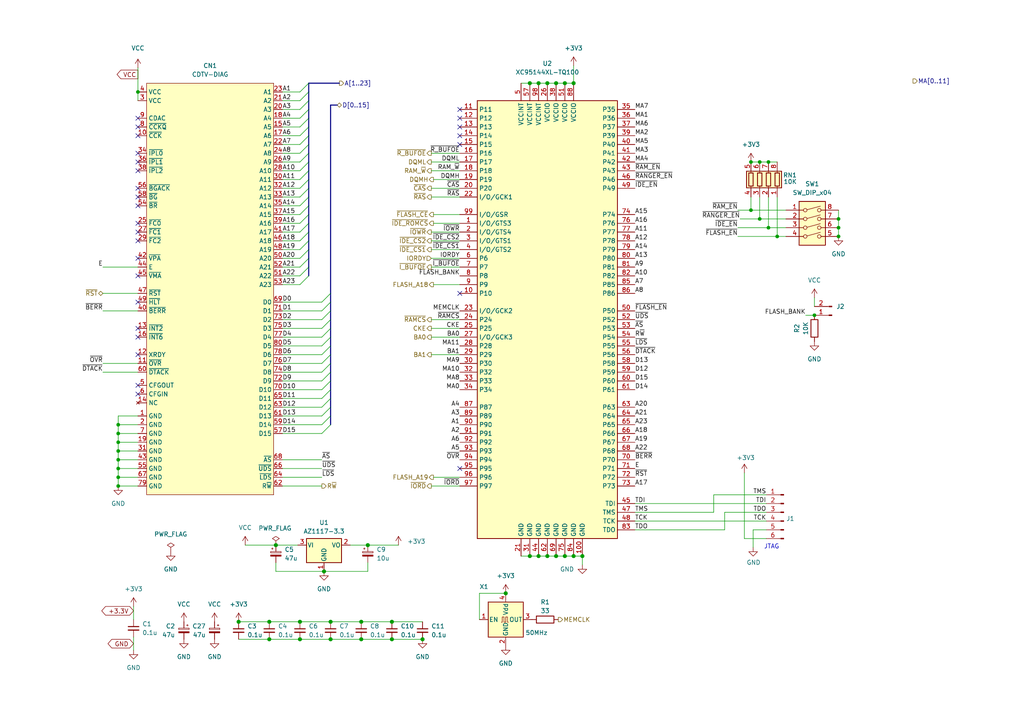
<source format=kicad_sch>
(kicad_sch (version 20211123) (generator eeschema)
  (paper "A4")
  (title_block (title "CIDER") (company "Matt Harlum"))
  (lib_symbols
    (symbol "CDTV-DIAG:CDTV-DIAG"
      (property "Reference" "CN" (at -17.78 62.23 0))
      (property "Value" "CDTV-DIAG" (at -1.27 0 90))
      (symbol "CDTV-DIAG_1_1"
        (pin power_out line (at -21.59 -36.83 0) (length 2.54) (name "GND") (number "1"))
        (pin output line (at -21.59 44.45 0) (length 2.54) (name "~{CCK}") (number "10"))
        (pin input line (at -21.59 -21.59 0) (length 2.54) (name "~{OVR}") (number "11"))
        (pin input line (at -21.59 -19.05 0) (length 2.54) (name "XRDY") (number "12"))
        (pin input line (at -21.59 -11.43 0) (length 2.54) (name "~{INT2}") (number "13"))
        (pin no_connect line (at -21.59 -33.02 0) (length 2.54) (name "NC") (number "14"))
        (pin output line (at 20.32 46.99 180) (length 2.54) (name "A5") (number "15"))
        (pin input line (at -21.59 -13.97 0) (length 2.54) (name "~{INT6}") (number "16"))
        (pin output line (at 20.32 44.45 180) (length 2.54) (name "A6") (number "17"))
        (pin output line (at 20.32 49.53 180) (length 2.54) (name "A4") (number "18"))
        (pin power_out line (at -21.59 -44.45 0) (length 2.54) (name "GND") (number "19"))
        (pin power_out line (at -21.59 -39.37 0) (length 2.54) (name "GND") (number "2"))
        (pin output line (at 20.32 52.07 180) (length 2.54) (name "A3") (number "20"))
        (pin output line (at 20.32 54.61 180) (length 2.54) (name "A2") (number "21"))
        (pin output line (at 20.32 41.91 180) (length 2.54) (name "A7") (number "22"))
        (pin output line (at 20.32 57.15 180) (length 2.54) (name "A1") (number "23"))
        (pin output line (at 20.32 39.37 180) (length 2.54) (name "A8") (number "24"))
        (pin output line (at -21.59 19.05 0) (length 2.54) (name "~{FC0}") (number "25"))
        (pin output line (at 20.32 36.83 180) (length 2.54) (name "A9") (number "26"))
        (pin output line (at -21.59 16.51 0) (length 2.54) (name "~{FC1}") (number "27"))
        (pin output line (at 20.32 34.29 180) (length 2.54) (name "A10") (number "28"))
        (pin output line (at -21.59 13.97 0) (length 2.54) (name "~{FC2}") (number "29"))
        (pin power_out line (at -21.59 54.61 0) (length 2.54) (name "VCC") (number "3"))
        (pin output line (at 20.32 31.75 180) (length 2.54) (name "A11") (number "30"))
        (pin power_out line (at -21.59 -46.99 0) (length 2.54) (name "GND") (number "31"))
        (pin output line (at 20.32 29.21 180) (length 2.54) (name "A12") (number "32"))
        (pin output line (at 20.32 26.67 180) (length 2.54) (name "A13") (number "33"))
        (pin input line (at -21.59 39.37 0) (length 2.54) (name "~{IPL0}") (number "34"))
        (pin output line (at 20.32 24.13 180) (length 2.54) (name "A14") (number "35"))
        (pin input line (at -21.59 36.83 0) (length 2.54) (name "~{IPL1}") (number "36"))
        (pin output line (at 20.32 21.59 180) (length 2.54) (name "A15") (number "37"))
        (pin input line (at -21.59 34.29 0) (length 2.54) (name "~{IPL2}") (number "38"))
        (pin output line (at 20.32 19.05 180) (length 2.54) (name "A16") (number "39"))
        (pin power_out line (at -21.59 57.15 0) (length 2.54) (name "VCC") (number "4"))
        (pin bidirectional line (at -21.59 -6.35 0) (length 2.54) (name "~{BERR}") (number "40"))
        (pin output line (at 20.32 16.51 180) (length 2.54) (name "A17") (number "41"))
        (pin input line (at -21.59 8.89 0) (length 2.54) (name "~{VPA}") (number "42"))
        (pin power_out line (at -21.59 -49.53 0) (length 2.54) (name "GND") (number "43"))
        (pin output line (at -21.59 6.35 0) (length 2.54) (name "E") (number "44"))
        (pin input line (at -21.59 3.81 0) (length 2.54) (name "~{VMA}") (number "45"))
        (pin output line (at 20.32 13.97 180) (length 2.54) (name "A18") (number "46"))
        (pin bidirectional line (at -21.59 -1.27 0) (length 2.54) (name "~{RST}") (number "47"))
        (pin output line (at 20.32 11.43 180) (length 2.54) (name "A19") (number "48"))
        (pin bidirectional line (at -21.59 -3.81 0) (length 2.54) (name "~{HLT}") (number "49"))
        (pin output line (at -21.59 -27.94 0) (length 2.54) (name "CFGOUT") (number "5"))
        (pin output line (at 20.32 8.89 180) (length 2.54) (name "A20") (number "50"))
        (pin output line (at 20.32 3.81 180) (length 2.54) (name "A22") (number "51"))
        (pin output line (at 20.32 6.35 180) (length 2.54) (name "A21") (number "52"))
        (pin output line (at 20.32 1.27 180) (length 2.54) (name "A23") (number "53"))
        (pin input line (at -21.59 24.13 0) (length 2.54) (name "~{BR}") (number "54"))
        (pin power_out line (at -21.59 -52.07 0) (length 2.54) (name "GND") (number "55"))
        (pin input line (at -21.59 29.21 0) (length 2.54) (name "~{BGACK}") (number "56"))
        (pin bidirectional line (at 20.32 -41.91 180) (length 2.54) (name "D15") (number "57"))
        (pin output line (at -21.59 26.67 0) (length 2.54) (name "~{BG}") (number "58"))
        (pin bidirectional line (at 20.32 -39.37 180) (length 2.54) (name "D14") (number "59"))
        (pin output line (at -21.59 -30.48 0) (length 2.54) (name "CFGIN") (number "6"))
        (pin input line (at -21.59 -24.13 0) (length 2.54) (name "~{DTACK}") (number "60"))
        (pin bidirectional line (at 20.32 -36.83 180) (length 2.54) (name "D13") (number "61"))
        (pin output line (at 20.32 -57.15 180) (length 2.54) (name "R~{W}") (number "62"))
        (pin bidirectional line (at 20.32 -34.29 180) (length 2.54) (name "D12") (number "63"))
        (pin output line (at 20.32 -54.61 180) (length 2.54) (name "~{LDS}") (number "64"))
        (pin bidirectional line (at 20.32 -31.75 180) (length 2.54) (name "D11") (number "65"))
        (pin output line (at 20.32 -52.07 180) (length 2.54) (name "~{UDS}") (number "66"))
        (pin power_out line (at -21.59 -54.61 0) (length 2.54) (name "GND") (number "67"))
        (pin output line (at 20.32 -49.53 180) (length 2.54) (name "~{AS}") (number "68"))
        (pin bidirectional line (at 20.32 -3.81 180) (length 2.54) (name "D0") (number "69"))
        (pin power_out line (at -21.59 -41.91 0) (length 2.54) (name "GND") (number "7"))
        (pin bidirectional line (at 20.32 -29.21 180) (length 2.54) (name "D10") (number "70"))
        (pin bidirectional line (at 20.32 -6.35 180) (length 2.54) (name "D1") (number "71"))
        (pin bidirectional line (at 20.32 -26.67 180) (length 2.54) (name "D9") (number "72"))
        (pin bidirectional line (at 20.32 -8.89 180) (length 2.54) (name "D2") (number "73"))
        (pin bidirectional line (at 20.32 -24.13 180) (length 2.54) (name "D8") (number "74"))
        (pin bidirectional line (at 20.32 -11.43 180) (length 2.54) (name "D3") (number "75"))
        (pin bidirectional line (at 20.32 -21.59 180) (length 2.54) (name "D7") (number "76"))
        (pin bidirectional line (at 20.32 -13.97 180) (length 2.54) (name "D4") (number "77"))
        (pin bidirectional line (at 20.32 -19.05 180) (length 2.54) (name "D6") (number "78"))
        (pin power_out line (at -21.59 -57.15 0) (length 2.54) (name "GND") (number "79"))
        (pin output line (at -21.59 46.99 0) (length 2.54) (name "~{CCKQ}") (number "8"))
        (pin bidirectional line (at 20.32 -16.51 180) (length 2.54) (name "D5") (number "80"))
        (pin output line (at -21.59 49.53 0) (length 2.54) (name "CDAC") (number "9"))
      )
    )
    (symbol "CPLD_Xilinx:XC95144XL-TQ100"
      (property "Reference" "U" (at -20.32 64.77 0))
      (property "Value" "XC95144XL-TQ100" (at -20.32 -64.77 0))
      (symbol "XC95144XL-TQ100_1_1"
        (pin bidirectional line (at -25.4 27.94 0) (length 5.08) (name "I/O/GTS3") (number "1"))
        (pin bidirectional line (at -25.4 7.62 0) (length 5.08) (name "P10") (number "10"))
        (pin power_in line (at 10.16 -68.58 90) (length 5.08) (name "GND") (number "100"))
        (pin bidirectional line (at -25.4 60.96 0) (length 5.08) (name "P11") (number "11"))
        (pin bidirectional line (at -25.4 58.42 0) (length 5.08) (name "P12") (number "12"))
        (pin bidirectional line (at -25.4 55.88 0) (length 5.08) (name "P13") (number "13"))
        (pin bidirectional line (at -25.4 53.34 0) (length 5.08) (name "P14") (number "14"))
        (pin bidirectional line (at -25.4 50.8 0) (length 5.08) (name "P15") (number "15"))
        (pin bidirectional line (at -25.4 48.26 0) (length 5.08) (name "P16") (number "16"))
        (pin bidirectional line (at -25.4 45.72 0) (length 5.08) (name "P17") (number "17"))
        (pin bidirectional line (at -25.4 43.18 0) (length 5.08) (name "P18") (number "18"))
        (pin bidirectional line (at -25.4 40.64 0) (length 5.08) (name "P19") (number "19"))
        (pin bidirectional line (at -25.4 25.4 0) (length 5.08) (name "I/O/GTS4") (number "2"))
        (pin bidirectional line (at -25.4 38.1 0) (length 5.08) (name "P20") (number "20"))
        (pin power_in line (at -7.62 -68.58 90) (length 5.08) (name "GND") (number "21"))
        (pin bidirectional line (at -25.4 35.56 0) (length 5.08) (name "I/O/GCK1") (number "22"))
        (pin bidirectional line (at -25.4 2.54 0) (length 5.08) (name "I/O/GCK2") (number "23"))
        (pin bidirectional line (at -25.4 0 0) (length 5.08) (name "P24") (number "24"))
        (pin bidirectional line (at -25.4 -2.54 0) (length 5.08) (name "P25") (number "25"))
        (pin power_in line (at 0 68.58 270) (length 5.08) (name "VCCIO") (number "26"))
        (pin bidirectional line (at -25.4 -5.08 0) (length 5.08) (name "I/O/GCK3") (number "27"))
        (pin bidirectional line (at -25.4 -7.62 0) (length 5.08) (name "P28") (number "28"))
        (pin bidirectional line (at -25.4 -10.16 0) (length 5.08) (name "P29") (number "29"))
        (pin bidirectional line (at -25.4 22.86 0) (length 5.08) (name "I/O/GTS1") (number "3"))
        (pin bidirectional line (at -25.4 -12.7 0) (length 5.08) (name "P30") (number "30"))
        (pin power_in line (at -5.08 -68.58 90) (length 5.08) (name "GND") (number "31"))
        (pin bidirectional line (at -25.4 -15.24 0) (length 5.08) (name "P32") (number "32"))
        (pin bidirectional line (at -25.4 -17.78 0) (length 5.08) (name "P33") (number "33"))
        (pin bidirectional line (at -25.4 -20.32 0) (length 5.08) (name "P34") (number "34"))
        (pin bidirectional line (at 25.4 60.96 180) (length 5.08) (name "P35") (number "35"))
        (pin bidirectional line (at 25.4 58.42 180) (length 5.08) (name "P36") (number "36"))
        (pin bidirectional line (at 25.4 55.88 180) (length 5.08) (name "P37") (number "37"))
        (pin power_in line (at 2.54 68.58 270) (length 5.08) (name "VCCIO") (number "38"))
        (pin bidirectional line (at 25.4 53.34 180) (length 5.08) (name "P39") (number "39"))
        (pin bidirectional line (at -25.4 20.32 0) (length 5.08) (name "I/O/GTS2") (number "4"))
        (pin bidirectional line (at 25.4 50.8 180) (length 5.08) (name "P40") (number "40"))
        (pin bidirectional line (at 25.4 48.26 180) (length 5.08) (name "P41") (number "41"))
        (pin bidirectional line (at 25.4 45.72 180) (length 5.08) (name "P42") (number "42"))
        (pin bidirectional line (at 25.4 43.18 180) (length 5.08) (name "P43") (number "43"))
        (pin power_in line (at -2.54 -68.58 90) (length 5.08) (name "GND") (number "44"))
        (pin input line (at 25.4 -53.34 180) (length 5.08) (name "TDI") (number "45"))
        (pin bidirectional line (at 25.4 40.64 180) (length 5.08) (name "P46") (number "46"))
        (pin input line (at 25.4 -55.88 180) (length 5.08) (name "TMS") (number "47"))
        (pin input line (at 25.4 -58.42 180) (length 5.08) (name "TCK") (number "48"))
        (pin bidirectional line (at 25.4 38.1 180) (length 5.08) (name "P49") (number "49"))
        (pin power_in line (at -7.62 68.58 270) (length 5.08) (name "VCCINT") (number "5"))
        (pin bidirectional line (at 25.4 2.54 180) (length 5.08) (name "P50") (number "50"))
        (pin power_in line (at 5.08 68.58 270) (length 5.08) (name "VCCIO") (number "51"))
        (pin bidirectional line (at 25.4 0 180) (length 5.08) (name "P52") (number "52"))
        (pin bidirectional line (at 25.4 -2.54 180) (length 5.08) (name "P53") (number "53"))
        (pin bidirectional line (at 25.4 -5.08 180) (length 5.08) (name "P54") (number "54"))
        (pin bidirectional line (at 25.4 -7.62 180) (length 5.08) (name "P55") (number "55"))
        (pin bidirectional line (at 25.4 -10.16 180) (length 5.08) (name "P56") (number "56"))
        (pin power_in line (at -5.08 68.58 270) (length 5.08) (name "VCCINT") (number "57"))
        (pin bidirectional line (at 25.4 -12.7 180) (length 5.08) (name "P58") (number "58"))
        (pin bidirectional line (at 25.4 -15.24 180) (length 5.08) (name "P59") (number "59"))
        (pin bidirectional line (at -25.4 17.78 0) (length 5.08) (name "P6") (number "6"))
        (pin bidirectional line (at 25.4 -17.78 180) (length 5.08) (name "P60") (number "60"))
        (pin bidirectional line (at 25.4 -20.32 180) (length 5.08) (name "P61") (number "61"))
        (pin power_in line (at 0 -68.58 90) (length 5.08) (name "GND") (number "62"))
        (pin bidirectional line (at 25.4 -25.4 180) (length 5.08) (name "P63") (number "63"))
        (pin bidirectional line (at 25.4 -27.94 180) (length 5.08) (name "P64") (number "64"))
        (pin bidirectional line (at 25.4 -30.48 180) (length 5.08) (name "P65") (number "65"))
        (pin bidirectional line (at 25.4 -33.02 180) (length 5.08) (name "P66") (number "66"))
        (pin bidirectional line (at 25.4 -35.56 180) (length 5.08) (name "P67") (number "67"))
        (pin bidirectional line (at 25.4 -38.1 180) (length 5.08) (name "P68") (number "68"))
        (pin power_in line (at 2.54 -68.58 90) (length 5.08) (name "GND") (number "69"))
        (pin bidirectional line (at -25.4 15.24 0) (length 5.08) (name "P7") (number "7"))
        (pin bidirectional line (at 25.4 -40.64 180) (length 5.08) (name "P70") (number "70"))
        (pin bidirectional line (at 25.4 -43.18 180) (length 5.08) (name "P71") (number "71"))
        (pin bidirectional line (at 25.4 -45.72 180) (length 5.08) (name "P72") (number "72"))
        (pin bidirectional line (at 25.4 -48.26 180) (length 5.08) (name "P73") (number "73"))
        (pin bidirectional line (at 25.4 30.48 180) (length 5.08) (name "P74") (number "74"))
        (pin power_in line (at 5.08 -68.58 90) (length 5.08) (name "GND") (number "75"))
        (pin bidirectional line (at 25.4 27.94 180) (length 5.08) (name "P76") (number "76"))
        (pin bidirectional line (at 25.4 25.4 180) (length 5.08) (name "P77") (number "77"))
        (pin bidirectional line (at 25.4 22.86 180) (length 5.08) (name "P78") (number "78"))
        (pin bidirectional line (at 25.4 20.32 180) (length 5.08) (name "P79") (number "79"))
        (pin bidirectional line (at -25.4 12.7 0) (length 5.08) (name "P8") (number "8"))
        (pin bidirectional line (at 25.4 17.78 180) (length 5.08) (name "P80") (number "80"))
        (pin bidirectional line (at 25.4 15.24 180) (length 5.08) (name "P81") (number "81"))
        (pin bidirectional line (at 25.4 12.7 180) (length 5.08) (name "P82") (number "82"))
        (pin output line (at 25.4 -60.96 180) (length 5.08) (name "TDO") (number "83"))
        (pin power_in line (at 7.62 -68.58 90) (length 5.08) (name "GND") (number "84"))
        (pin bidirectional line (at 25.4 10.16 180) (length 5.08) (name "P85") (number "85"))
        (pin bidirectional line (at 25.4 7.62 180) (length 5.08) (name "P86") (number "86"))
        (pin bidirectional line (at -25.4 -25.4 0) (length 5.08) (name "P87") (number "87"))
        (pin power_in line (at 7.62 68.58 270) (length 5.08) (name "VCCIO") (number "88"))
        (pin bidirectional line (at -25.4 -27.94 0) (length 5.08) (name "P89") (number "89"))
        (pin bidirectional line (at -25.4 10.16 0) (length 5.08) (name "P9") (number "9"))
        (pin bidirectional line (at -25.4 -30.48 0) (length 5.08) (name "P90") (number "90"))
        (pin bidirectional line (at -25.4 -33.02 0) (length 5.08) (name "P91") (number "91"))
        (pin bidirectional line (at -25.4 -35.56 0) (length 5.08) (name "P92") (number "92"))
        (pin bidirectional line (at -25.4 -38.1 0) (length 5.08) (name "P93") (number "93"))
        (pin bidirectional line (at -25.4 -40.64 0) (length 5.08) (name "P94") (number "94"))
        (pin bidirectional line (at -25.4 -43.18 0) (length 5.08) (name "P95") (number "95"))
        (pin bidirectional line (at -25.4 -45.72 0) (length 5.08) (name "P96") (number "96"))
        (pin bidirectional line (at -25.4 -48.26 0) (length 5.08) (name "P97") (number "97"))
        (pin power_in line (at -2.54 68.58 270) (length 5.08) (name "VCCINT") (number "98"))
        (pin bidirectional line (at -25.4 30.48 0) (length 5.08) (name "I/O/GSR") (number "99"))
      )
    )
    (symbol "Connector:Conn_01x02_Male" (pin_names (offset 1.016) hide)
      (property "Reference" "J" (at 0 2.54 0))
      (property "Value" "Conn_01x02_Male" (at 0 -5.08 0))
      (symbol "Conn_01x02_Male_1_1"
        (pin passive line (at 5.08 0 180) (length 3.81) (name "Pin_1") (number "1"))
        (pin passive line (at 5.08 -2.54 180) (length 3.81) (name "Pin_2") (number "2"))
      )
    )
    (symbol "Connector:Conn_01x06_Male" (pin_names (offset 1.016) hide)
      (property "Reference" "J" (at 0 7.62 0))
      (property "Value" "Conn_01x06_Male" (at 0 -10.16 0))
      (symbol "Conn_01x06_Male_1_1"
        (pin passive line (at 5.08 5.08 180) (length 3.81) (name "Pin_1") (number "1"))
        (pin passive line (at 5.08 2.54 180) (length 3.81) (name "Pin_2") (number "2"))
        (pin passive line (at 5.08 0 180) (length 3.81) (name "Pin_3") (number "3"))
        (pin passive line (at 5.08 -2.54 180) (length 3.81) (name "Pin_4") (number "4"))
        (pin passive line (at 5.08 -5.08 180) (length 3.81) (name "Pin_5") (number "5"))
        (pin passive line (at 5.08 -7.62 180) (length 3.81) (name "Pin_6") (number "6"))
      )
    )
    (symbol "Device:C_Polarized_Small" (pin_numbers hide) (pin_names (offset 0.254) hide)
      (property "Reference" "C" (at 0.254 1.778 0))
      (property "Value" "C_Polarized_Small" (at 0.254 -2.032 0))
      (symbol "C_Polarized_Small_1_1"
        (pin passive line (at 0 2.54 270) (length 1.8542) (name "~") (number "1"))
        (pin passive line (at 0 -2.54 90) (length 1.8542) (name "~") (number "2"))
      )
    )
    (symbol "Device:C_Small" (pin_numbers hide) (pin_names (offset 0.254) hide)
      (property "Reference" "C" (at 0.254 1.778 0))
      (property "Value" "C_Small" (at 0.254 -2.032 0))
      (symbol "C_Small_1_1"
        (pin passive line (at 0 2.54 270) (length 2.032) (name "~") (number "1"))
        (pin passive line (at 0 -2.54 90) (length 2.032) (name "~") (number "2"))
      )
    )
    (symbol "Device:R" (pin_numbers hide) (pin_names (offset 0))
      (property "Reference" "R" (at 2.032 0 90))
      (property "Value" "R" (at 0 0 90))
      (symbol "R_1_1"
        (pin passive line (at 0 3.81 270) (length 1.27) (name "~") (number "1"))
        (pin passive line (at 0 -3.81 90) (length 1.27) (name "~") (number "2"))
      )
    )
    (symbol "Device:R_Pack04" (pin_names (offset 0) hide)
      (property "Reference" "RN" (at -7.62 0 90))
      (property "Value" "R_Pack04" (at 5.08 0 90))
      (symbol "R_Pack04_1_1"
        (pin passive line (at -5.08 -5.08 90) (length 2.54) (name "R1.1") (number "1"))
        (pin passive line (at -2.54 -5.08 90) (length 2.54) (name "R2.1") (number "2"))
        (pin passive line (at 0 -5.08 90) (length 2.54) (name "R3.1") (number "3"))
        (pin passive line (at 2.54 -5.08 90) (length 2.54) (name "R4.1") (number "4"))
        (pin passive line (at 2.54 5.08 270) (length 2.54) (name "R4.2") (number "5"))
        (pin passive line (at 0 5.08 270) (length 2.54) (name "R3.2") (number "6"))
        (pin passive line (at -2.54 5.08 270) (length 2.54) (name "R2.2") (number "7"))
        (pin passive line (at -5.08 5.08 270) (length 2.54) (name "R1.2") (number "8"))
      )
    )
    (symbol "Oscillator:ASE-xxxMHz" (pin_names (offset 0.254))
      (property "Reference" "X" (at -5.08 6.35 0))
      (property "Value" "ASE-xxxMHz" (at 1.27 -6.35 0))
      (symbol "ASE-xxxMHz_1_1"
        (pin input line (at -7.62 0 0) (length 2.54) (name "EN") (number "1"))
        (pin power_in line (at 0 -7.62 90) (length 2.54) (name "GND") (number "2"))
        (pin output line (at 7.62 0 180) (length 2.54) (name "OUT") (number "3"))
        (pin power_in line (at 0 7.62 270) (length 2.54) (name "Vdd") (number "4"))
      )
    )
    (symbol "Regulator_Linear:AZ1117-3.3" (pin_names (offset 0.254))
      (property "Reference" "U" (at -3.81 3.175 0))
      (property "Value" "AZ1117-3.3" (at 0 3.175 0))
      (symbol "AZ1117-3.3_1_1"
        (pin power_in line (at 0 -7.62 90) (length 2.54) (name "GND") (number "1"))
        (pin power_out line (at 7.62 0 180) (length 2.54) (name "VO") (number "2"))
        (pin power_in line (at -7.62 0 0) (length 2.54) (name "VI") (number "3"))
      )
    )
    (symbol "Switch:SW_DIP_x04" (pin_names (offset 0) hide)
      (property "Reference" "SW" (at 0 8.89 0))
      (property "Value" "SW_DIP_x04" (at 0 -6.35 0))
      (symbol "SW_DIP_x04_1_1"
        (pin passive line (at -7.62 5.08 0) (length 5.08) (name "~") (number "1"))
        (pin passive line (at -7.62 2.54 0) (length 5.08) (name "~") (number "2"))
        (pin passive line (at -7.62 0 0) (length 5.08) (name "~") (number "3"))
        (pin passive line (at -7.62 -2.54 0) (length 5.08) (name "~") (number "4"))
        (pin passive line (at 7.62 -2.54 180) (length 5.08) (name "~") (number "5"))
        (pin passive line (at 7.62 0 180) (length 5.08) (name "~") (number "6"))
        (pin passive line (at 7.62 2.54 180) (length 5.08) (name "~") (number "7"))
        (pin passive line (at 7.62 5.08 180) (length 5.08) (name "~") (number "8"))
      )
    )
    (symbol "power:+3.3V" (power) (pin_names (offset 0))
      (property "Value" "+3.3V" (at 0 3.556 0))
      (symbol "+3.3V_1_1"
        (pin power_in line (at 0 0 90) (length 0) hide (name "+3V3") (number "1"))
      )
    )
    (symbol "power:+3V3" (power) (pin_names (offset 0))
      (property "Value" "+3V3" (at 0 3.556 0))
      (symbol "+3V3_1_1"
        (pin power_in line (at 0 0 90) (length 0) hide (name "+3V3") (number "1"))
      )
    )
    (symbol "power:GND" (power) (pin_names (offset 0))
      (property "Value" "GND" (at 0 -3.81 0))
      (symbol "GND_1_1"
        (pin power_in line (at 0 0 270) (length 0) hide (name "GND") (number "1"))
      )
    )
    (symbol "power:PWR_FLAG" (power) (pin_numbers hide) (pin_names (offset 0) hide)
      (property "Value" "PWR_FLAG" (at 0 3.81 0))
      (symbol "PWR_FLAG_0_0"
        (pin power_out line (at 0 0 90) (length 0) (name "pwr") (number "1"))
      )
    )
    (symbol "power:VCC" (power) (pin_names (offset 0))
      (property "Value" "VCC" (at 0 3.81 0))
      (symbol "VCC_1_1"
        (pin power_in line (at 0 0 90) (length 0) hide (name "VCC") (number "1"))
      )
    )
  )
  (junction (at 34.29 123.19))
  (junction (at 34.29 133.35))
  (junction (at 163.83 161.29) (diameter 1.016))
  (junction (at 34.29 138.43))
  (junction (at 104.775 185.42) (diameter 1.016))
  (junction (at 222.885 66.04))
  (junction (at 243.205 66.04))
  (junction (at 95.885 180.34) (diameter 1.016))
  (junction (at 236.22 91.44))
  (junction (at 78.105 180.34) (diameter 1.016))
  (junction (at 153.67 161.29) (diameter 1.016))
  (junction (at 40.005 26.67))
  (junction (at 161.29 161.29) (diameter 1.016))
  (junction (at 161.29 24.13) (diameter 1.016))
  (junction (at 163.83 24.13) (diameter 1.016))
  (junction (at 104.775 180.34) (diameter 1.016))
  (junction (at 34.29 140.97))
  (junction (at 166.37 24.13) (diameter 1.016))
  (junction (at 80.01 158.115) (diameter 1.016))
  (junction (at 106.68 158.115) (diameter 1.016))
  (junction (at 86.995 185.42) (diameter 1.016))
  (junction (at 113.665 180.34) (diameter 1.016))
  (junction (at 153.67 24.13) (diameter 1.016))
  (junction (at 156.21 161.29) (diameter 1.016))
  (junction (at 113.665 185.42) (diameter 1.016))
  (junction (at 34.29 125.73))
  (junction (at 95.885 185.42) (diameter 1.016))
  (junction (at 243.205 68.58))
  (junction (at 220.345 46.99))
  (junction (at 156.21 24.13) (diameter 1.016))
  (junction (at 34.29 135.89))
  (junction (at 243.205 63.5))
  (junction (at 122.555 185.42) (diameter 1.016))
  (junction (at 93.98 165.735) (diameter 1.016))
  (junction (at 158.75 161.29) (diameter 1.016))
  (junction (at 166.37 161.29) (diameter 1.016))
  (junction (at 217.805 60.96))
  (junction (at 78.105 185.42) (diameter 1.016))
  (junction (at 34.29 130.81))
  (junction (at 34.29 128.27))
  (junction (at 225.425 68.58))
  (junction (at 168.91 161.29) (diameter 1.016))
  (junction (at 217.805 46.99))
  (junction (at 146.685 172.085) (diameter 1.016))
  (junction (at 222.885 46.99))
  (junction (at 69.215 180.34) (diameter 1.016))
  (junction (at 220.345 63.5))
  (junction (at 158.75 24.13) (diameter 1.016))
  (junction (at 86.995 180.34) (diameter 1.016))
  (no_connect (at 40.005 39.37))
  (no_connect (at 40.005 44.45))
  (no_connect (at 40.005 36.83))
  (no_connect (at 40.005 34.29))
  (no_connect (at 40.005 54.61))
  (no_connect (at 40.005 57.15))
  (no_connect (at 40.005 67.31))
  (no_connect (at 40.005 59.69))
  (no_connect (at 40.005 64.77))
  (no_connect (at 40.005 46.99))
  (no_connect (at 40.005 49.53))
  (no_connect (at 40.005 111.76))
  (no_connect (at 133.35 31.75))
  (no_connect (at 133.35 34.29))
  (no_connect (at 133.35 36.83))
  (no_connect (at 133.35 39.37))
  (no_connect (at 133.35 41.91))
  (no_connect (at 133.35 85.09))
  (no_connect (at 40.005 97.79))
  (no_connect (at 40.005 102.87))
  (no_connect (at 40.005 87.63))
  (no_connect (at 40.005 74.93))
  (no_connect (at 40.005 80.01))
  (no_connect (at 40.005 69.85))
  (no_connect (at 40.005 114.3))
  (no_connect (at 133.35 135.89))
  (no_connect (at 40.005 95.25))
  (bus_entry (at 86.995 72.39) (size 2.54 -2.54))
  (bus_entry (at 86.995 54.61) (size 2.54 -2.54))
  (bus_entry (at 86.995 49.53) (size 2.54 -2.54))
  (bus_entry (at 86.995 62.23) (size 2.54 -2.54))
  (bus_entry (at 86.995 46.99) (size 2.54 -2.54))
  (bus_entry (at 95.885 123.19) (size -2.54 2.54))
  (bus_entry (at 95.885 107.95) (size -2.54 2.54))
  (bus_entry (at 86.995 36.83) (size 2.54 -2.54))
  (bus_entry (at 86.995 34.29) (size 2.54 -2.54))
  (bus_entry (at 86.995 52.07) (size 2.54 -2.54))
  (bus_entry (at 95.885 105.41) (size -2.54 2.54))
  (bus_entry (at 86.995 77.47) (size 2.54 -2.54))
  (bus_entry (at 86.995 69.85) (size 2.54 -2.54))
  (bus_entry (at 95.885 97.79) (size -2.54 2.54))
  (bus_entry (at 86.995 29.21) (size 2.54 -2.54))
  (bus_entry (at 95.885 118.11) (size -2.54 2.54))
  (bus_entry (at 95.885 100.33) (size -2.54 2.54))
  (bus_entry (at 95.885 87.63) (size -2.54 2.54))
  (bus_entry (at 95.885 110.49) (size -2.54 2.54))
  (bus_entry (at 86.995 80.01) (size 2.54 -2.54))
  (bus_entry (at 95.885 115.57) (size -2.54 2.54))
  (bus_entry (at 86.995 57.15) (size 2.54 -2.54))
  (bus_entry (at 86.995 44.45) (size 2.54 -2.54))
  (bus_entry (at 86.995 31.75) (size 2.54 -2.54))
  (bus_entry (at 95.885 113.03) (size -2.54 2.54))
  (bus_entry (at 86.995 41.91) (size 2.54 -2.54))
  (bus_entry (at 86.995 74.93) (size 2.54 -2.54))
  (bus_entry (at 86.995 26.67) (size 2.54 -2.54))
  (bus_entry (at 86.995 67.31) (size 2.54 -2.54))
  (bus_entry (at 95.885 92.71) (size -2.54 2.54))
  (bus_entry (at 95.885 90.17) (size -2.54 2.54))
  (bus_entry (at 95.885 102.87) (size -2.54 2.54))
  (bus_entry (at 86.995 64.77) (size 2.54 -2.54))
  (bus_entry (at 95.885 95.25) (size -2.54 2.54))
  (bus_entry (at 95.885 120.65) (size -2.54 2.54))
  (bus_entry (at 95.885 85.09) (size -2.54 2.54))
  (bus_entry (at 86.995 82.55) (size 2.54 -2.54))
  (bus_entry (at 86.995 39.37) (size 2.54 -2.54))
  (bus_entry (at 86.995 59.69) (size 2.54 -2.54))
  (wire (pts (xy 222.25 148.59) (xy 210.185 148.59)))
  (bus (pts (xy 89.535 34.29) (xy 89.535 36.83)))
  (bus (pts (xy 95.885 90.17) (xy 95.885 92.71)))
  (wire (pts (xy 207.01 148.59) (xy 207.01 143.51)))
  (wire (pts (xy 133.35 74.93) (xy 125.095 74.93)))
  (wire (pts (xy 153.67 24.13) (xy 156.21 24.13)))
  (wire (pts (xy 217.805 57.15) (xy 217.805 60.96)))
  (bus (pts (xy 95.885 118.11) (xy 95.885 120.65)))
  (wire (pts (xy 184.15 146.05) (xy 222.25 146.05)))
  (wire (pts (xy 243.205 66.04) (xy 243.205 68.58)))
  (bus (pts (xy 95.885 85.09) (xy 95.885 87.63)))
  (wire (pts (xy 213.995 68.58) (xy 225.425 68.58)))
  (wire (pts (xy 81.915 49.53) (xy 86.995 49.53)))
  (wire (pts (xy 29.845 85.09) (xy 40.005 85.09)))
  (wire (pts (xy 213.995 66.04) (xy 222.885 66.04)))
  (wire (pts (xy 38.735 175.895) (xy 38.735 179.705)))
  (wire (pts (xy 81.915 97.79) (xy 93.345 97.79)))
  (wire (pts (xy 81.915 59.69) (xy 86.995 59.69)))
  (bus (pts (xy 95.885 92.71) (xy 95.885 95.25)))
  (wire (pts (xy 125.095 95.25) (xy 133.35 95.25)))
  (wire (pts (xy 125.73 52.07) (xy 133.35 52.07)))
  (wire (pts (xy 133.35 140.97) (xy 125.095 140.97)))
  (wire (pts (xy 34.29 133.35) (xy 40.005 133.35)))
  (bus (pts (xy 95.885 87.63) (xy 95.885 90.17)))
  (wire (pts (xy 34.29 125.73) (xy 40.005 125.73)))
  (wire (pts (xy 81.915 31.75) (xy 86.995 31.75)))
  (wire (pts (xy 81.915 82.55) (xy 86.995 82.55)))
  (wire (pts (xy 220.345 63.5) (xy 227.965 63.5)))
  (bus (pts (xy 89.535 72.39) (xy 89.535 74.93)))
  (wire (pts (xy 34.29 130.81) (xy 40.005 130.81)))
  (bus (pts (xy 89.535 77.47) (xy 89.535 80.01)))
  (bus (pts (xy 95.885 95.25) (xy 95.885 97.79)))
  (wire (pts (xy 81.915 90.17) (xy 93.345 90.17)))
  (wire (pts (xy 156.21 161.29) (xy 158.75 161.29)))
  (wire (pts (xy 81.915 29.21) (xy 86.995 29.21)))
  (wire (pts (xy 81.915 72.39) (xy 86.995 72.39)))
  (wire (pts (xy 81.915 41.91) (xy 86.995 41.91)))
  (bus (pts (xy 95.885 97.79) (xy 95.885 100.33)))
  (wire (pts (xy 34.29 133.35) (xy 34.29 135.89)))
  (wire (pts (xy 78.105 185.42) (xy 86.995 185.42)))
  (wire (pts (xy 34.29 140.97) (xy 40.005 140.97)))
  (wire (pts (xy 81.915 102.87) (xy 93.345 102.87)))
  (wire (pts (xy 236.22 86.36) (xy 236.22 88.9)))
  (wire (pts (xy 71.12 158.115) (xy 80.01 158.115)))
  (wire (pts (xy 158.75 24.13) (xy 161.29 24.13)))
  (wire (pts (xy 81.915 115.57) (xy 93.345 115.57)))
  (wire (pts (xy 207.01 143.51) (xy 222.25 143.51)))
  (wire (pts (xy 81.915 80.01) (xy 86.995 80.01)))
  (bus (pts (xy 89.535 31.75) (xy 89.535 34.29)))
  (bus (pts (xy 95.885 107.95) (xy 95.885 110.49)))
  (bus (pts (xy 89.535 69.85) (xy 89.535 72.39)))
  (bus (pts (xy 89.535 57.15) (xy 89.535 59.69)))
  (bus (pts (xy 95.885 100.33) (xy 95.885 102.87)))
  (bus (pts (xy 95.885 120.65) (xy 95.885 123.19)))
  (wire (pts (xy 125.095 102.87) (xy 133.35 102.87)))
  (wire (pts (xy 222.885 57.15) (xy 222.885 66.04)))
  (bus (pts (xy 89.535 24.13) (xy 89.535 26.67)))
  (wire (pts (xy 81.915 46.99) (xy 86.995 46.99)))
  (wire (pts (xy 34.29 120.65) (xy 40.005 120.65)))
  (wire (pts (xy 29.845 90.17) (xy 40.005 90.17)))
  (wire (pts (xy 184.15 148.59) (xy 207.01 148.59)))
  (wire (pts (xy 222.885 66.04) (xy 227.965 66.04)))
  (wire (pts (xy 217.805 46.99) (xy 220.345 46.99)))
  (bus (pts (xy 95.885 30.48) (xy 97.79 30.48)))
  (wire (pts (xy 34.29 135.89) (xy 34.29 138.43)))
  (bus (pts (xy 89.535 24.13) (xy 98.425 24.13)))
  (wire (pts (xy 133.35 72.39) (xy 125.095 72.39)))
  (bus (pts (xy 89.535 41.91) (xy 89.535 44.45)))
  (wire (pts (xy 220.345 46.99) (xy 222.885 46.99)))
  (wire (pts (xy 95.885 185.42) (xy 104.775 185.42)))
  (wire (pts (xy 81.915 95.25) (xy 93.345 95.25)))
  (wire (pts (xy 214.63 63.5) (xy 220.345 63.5)))
  (wire (pts (xy 210.185 148.59) (xy 210.185 153.67)))
  (wire (pts (xy 215.9 156.21) (xy 222.25 156.21)))
  (wire (pts (xy 133.35 62.23) (xy 125.73 62.23)))
  (bus (pts (xy 89.535 49.53) (xy 89.535 52.07)))
  (wire (pts (xy 106.68 165.735) (xy 106.68 163.195)))
  (bus (pts (xy 95.885 113.03) (xy 95.885 115.57)))
  (wire (pts (xy 81.915 54.61) (xy 86.995 54.61)))
  (wire (pts (xy 133.35 92.71) (xy 125.095 92.71)))
  (wire (pts (xy 34.29 138.43) (xy 34.29 140.97)))
  (bus (pts (xy 89.535 46.99) (xy 89.535 49.53)))
  (wire (pts (xy 166.37 161.29) (xy 168.91 161.29)))
  (wire (pts (xy 81.915 120.65) (xy 93.345 120.65)))
  (wire (pts (xy 158.75 161.29) (xy 161.29 161.29)))
  (wire (pts (xy 243.205 60.96) (xy 243.205 63.5)))
  (wire (pts (xy 34.29 138.43) (xy 40.005 138.43)))
  (wire (pts (xy 81.915 140.97) (xy 93.345 140.97)))
  (wire (pts (xy 151.13 24.13) (xy 153.67 24.13)))
  (wire (pts (xy 34.29 128.27) (xy 34.29 130.81)))
  (wire (pts (xy 106.68 158.115) (xy 115.57 158.115)))
  (bus (pts (xy 89.535 59.69) (xy 89.535 62.23)))
  (wire (pts (xy 125.095 97.79) (xy 133.35 97.79)))
  (wire (pts (xy 215.9 137.16) (xy 215.9 156.21)))
  (wire (pts (xy 93.98 165.735) (xy 106.68 165.735)))
  (wire (pts (xy 80.01 163.195) (xy 80.01 165.735)))
  (wire (pts (xy 81.915 105.41) (xy 93.345 105.41)))
  (wire (pts (xy 40.005 19.685) (xy 40.005 26.67)))
  (bus (pts (xy 89.535 52.07) (xy 89.535 54.61)))
  (wire (pts (xy 34.29 123.19) (xy 34.29 125.73)))
  (wire (pts (xy 133.35 44.45) (xy 125.095 44.45)))
  (wire (pts (xy 78.105 180.34) (xy 86.995 180.34)))
  (wire (pts (xy 81.915 64.77) (xy 86.995 64.77)))
  (wire (pts (xy 29.845 107.95) (xy 40.005 107.95)))
  (wire (pts (xy 133.35 67.31) (xy 125.095 67.31)))
  (wire (pts (xy 80.01 158.115) (xy 86.36 158.115)))
  (wire (pts (xy 125.095 54.61) (xy 133.35 54.61)))
  (wire (pts (xy 81.915 39.37) (xy 86.995 39.37)))
  (wire (pts (xy 243.205 63.5) (xy 243.205 66.04)))
  (wire (pts (xy 40.005 26.67) (xy 40.005 29.21)))
  (wire (pts (xy 81.915 107.95) (xy 93.345 107.95)))
  (wire (pts (xy 81.915 138.43) (xy 93.345 138.43)))
  (wire (pts (xy 168.91 161.29) (xy 168.91 163.83)))
  (wire (pts (xy 95.885 180.34) (xy 104.775 180.34)))
  (wire (pts (xy 161.29 24.13) (xy 163.83 24.13)))
  (wire (pts (xy 81.915 135.89) (xy 93.345 135.89)))
  (wire (pts (xy 34.29 135.89) (xy 40.005 135.89)))
  (bus (pts (xy 89.535 36.83) (xy 89.535 39.37)))
  (wire (pts (xy 81.915 44.45) (xy 86.995 44.45)))
  (wire (pts (xy 184.15 151.13) (xy 222.25 151.13)))
  (wire (pts (xy 81.915 110.49) (xy 93.345 110.49)))
  (wire (pts (xy 81.915 36.83) (xy 86.995 36.83)))
  (wire (pts (xy 113.665 185.42) (xy 122.555 185.42)))
  (wire (pts (xy 220.345 57.15) (xy 220.345 63.5)))
  (wire (pts (xy 133.35 64.77) (xy 125.73 64.77)))
  (wire (pts (xy 69.215 180.34) (xy 78.105 180.34)))
  (bus (pts (xy 89.535 67.31) (xy 89.535 69.85)))
  (wire (pts (xy 217.805 60.96) (xy 227.965 60.96)))
  (wire (pts (xy 156.21 24.13) (xy 158.75 24.13)))
  (wire (pts (xy 104.775 180.34) (xy 113.665 180.34)))
  (bus (pts (xy 95.885 105.41) (xy 95.885 107.95)))
  (wire (pts (xy 34.29 123.19) (xy 40.005 123.19)))
  (wire (pts (xy 81.915 100.33) (xy 93.345 100.33)))
  (wire (pts (xy 81.915 69.85) (xy 86.995 69.85)))
  (wire (pts (xy 151.13 161.29) (xy 153.67 161.29)))
  (wire (pts (xy 81.915 77.47) (xy 86.995 77.47)))
  (wire (pts (xy 139.065 172.085) (xy 146.685 172.085)))
  (wire (pts (xy 38.735 188.595) (xy 38.735 184.785)))
  (wire (pts (xy 139.065 179.705) (xy 139.065 172.085)))
  (bus (pts (xy 89.535 74.93) (xy 89.535 77.47)))
  (bus (pts (xy 95.885 102.87) (xy 95.885 105.41)))
  (wire (pts (xy 69.215 185.42) (xy 78.105 185.42)))
  (wire (pts (xy 153.67 161.29) (xy 156.21 161.29)))
  (wire (pts (xy 133.35 77.47) (xy 125.095 77.47)))
  (wire (pts (xy 125.095 49.53) (xy 133.35 49.53)))
  (wire (pts (xy 34.29 128.27) (xy 40.005 128.27)))
  (wire (pts (xy 218.44 153.67) (xy 218.44 158.75)))
  (wire (pts (xy 113.665 180.34) (xy 122.555 180.34)))
  (wire (pts (xy 86.995 185.42) (xy 95.885 185.42)))
  (wire (pts (xy 29.845 105.41) (xy 40.005 105.41)))
  (wire (pts (xy 81.915 87.63) (xy 93.345 87.63)))
  (wire (pts (xy 81.915 62.23) (xy 86.995 62.23)))
  (wire (pts (xy 81.915 74.93) (xy 86.995 74.93)))
  (bus (pts (xy 89.535 26.67) (xy 89.535 29.21)))
  (bus (pts (xy 95.885 115.57) (xy 95.885 118.11)))
  (wire (pts (xy 81.915 52.07) (xy 86.995 52.07)))
  (wire (pts (xy 125.095 57.15) (xy 133.35 57.15)))
  (wire (pts (xy 34.29 125.73) (xy 34.29 128.27)))
  (wire (pts (xy 163.83 24.13) (xy 166.37 24.13)))
  (wire (pts (xy 81.915 118.11) (xy 93.345 118.11)))
  (wire (pts (xy 29.845 77.47) (xy 40.005 77.47)))
  (bus (pts (xy 89.535 39.37) (xy 89.535 41.91)))
  (bus (pts (xy 95.885 110.49) (xy 95.885 113.03)))
  (wire (pts (xy 213.995 60.96) (xy 217.805 60.96)))
  (wire (pts (xy 233.68 91.44) (xy 236.22 91.44)))
  (wire (pts (xy 133.35 69.85) (xy 125.095 69.85)))
  (wire (pts (xy 133.35 138.43) (xy 125.73 138.43)))
  (wire (pts (xy 222.885 46.99) (xy 225.425 46.99)))
  (bus (pts (xy 89.535 64.77) (xy 89.535 67.31)))
  (wire (pts (xy 81.915 123.19) (xy 93.345 123.19)))
  (wire (pts (xy 81.915 125.73) (xy 93.345 125.73)))
  (wire (pts (xy 166.37 19.05) (xy 166.37 24.13)))
  (bus (pts (xy 95.885 30.48) (xy 95.885 85.09)))
  (wire (pts (xy 161.29 161.29) (xy 163.83 161.29)))
  (wire (pts (xy 222.25 153.67) (xy 218.44 153.67)))
  (bus (pts (xy 89.535 29.21) (xy 89.535 31.75)))
  (wire (pts (xy 81.915 26.67) (xy 86.995 26.67)))
  (wire (pts (xy 225.425 68.58) (xy 227.965 68.58)))
  (wire (pts (xy 81.915 67.31) (xy 86.995 67.31)))
  (wire (pts (xy 86.995 180.34) (xy 95.885 180.34)))
  (wire (pts (xy 81.915 34.29) (xy 86.995 34.29)))
  (wire (pts (xy 125.73 82.55) (xy 133.35 82.55)))
  (wire (pts (xy 81.915 57.15) (xy 86.995 57.15)))
  (wire (pts (xy 104.775 185.42) (xy 113.665 185.42)))
  (bus (pts (xy 89.535 62.23) (xy 89.535 64.77)))
  (wire (pts (xy 81.915 92.71) (xy 93.345 92.71)))
  (wire (pts (xy 163.83 161.29) (xy 166.37 161.29)))
  (wire (pts (xy 225.425 57.15) (xy 225.425 68.58)))
  (wire (pts (xy 34.29 120.65) (xy 34.29 123.19)))
  (bus (pts (xy 89.535 44.45) (xy 89.535 46.99)))
  (wire (pts (xy 80.01 165.735) (xy 93.98 165.735)))
  (wire (pts (xy 81.915 113.03) (xy 93.345 113.03)))
  (wire (pts (xy 125.095 46.99) (xy 133.35 46.99)))
  (wire (pts (xy 81.915 133.35) (xy 93.345 133.35)))
  (wire (pts (xy 210.185 153.67) (xy 184.15 153.67)))
  (bus (pts (xy 89.535 54.61) (xy 89.535 57.15)))
  (wire (pts (xy 101.6 158.115) (xy 106.68 158.115)))
  (wire (pts (xy 34.29 130.81) (xy 34.29 133.35)))
  (text "JTAG" (at 226.06 159.385 180) (effects (font (size 1.27 1.27)) (justify right bottom)))
  (label "MA9" (at 133.35 105.41 180))
  (label "MA2" (at 184.15 39.37 0))
  (label "~{R_BUFOE}" (at 133.35 44.45 180))
  (label "A20" (at 184.15 118.11 0))
  (label "A12" (at 81.915 54.61 0))
  (label "A17" (at 184.15 140.97 0))
  (label "~{RANGER_EN}" (at 214.63 63.5 180))
  (label "MEMCLK" (at 133.35 90.17 180))
  (label "~{IDE_CS2}" (at 133.35 69.85 180))
  (label "CKE" (at 133.35 95.25 180))
  (label "A5" (at 81.915 36.83 0))
  (label "A18" (at 81.915 69.85 0))
  (label "D12" (at 81.915 118.11 0))
  (label "D15" (at 81.915 125.73 0))
  (label "D4" (at 81.915 97.79 0))
  (label "D15" (at 184.15 110.49 0))
  (label "MA8" (at 133.35 110.49 180))
  (label "A9" (at 184.15 77.47 0))
  (label "~{UDS}" (at 184.15 92.71 0))
  (label "D13" (at 81.915 120.65 0))
  (label "A23" (at 81.915 82.55 0))
  (label "FLASH_BANK" (at 133.35 80.01 180))
  (label "TCK" (at 184.15 151.13 0))
  (label "~{IDE_EN}" (at 184.15 54.61 0))
  (label "RAM_~{W}" (at 133.35 49.53 180))
  (label "A14" (at 184.15 72.39 0))
  (label "MA5" (at 184.15 41.91 0))
  (label "D8" (at 81.915 107.95 0))
  (label "D14" (at 81.915 123.19 0))
  (label "~{RAM_EN}" (at 184.15 49.53 0))
  (label "FLASH_BANK" (at 233.68 91.44 180))
  (label "~{DTACK}" (at 29.845 107.95 180))
  (label "TDI" (at 184.15 146.05 0))
  (label "~{BERR}" (at 184.15 133.35 0))
  (label "A1" (at 81.915 26.67 0))
  (label "~{OVR}" (at 133.35 133.35 180))
  (label "A11" (at 81.915 52.07 0))
  (label "A15" (at 81.915 62.23 0))
  (label "D11" (at 81.915 115.57 0))
  (label "MA0" (at 133.35 113.03 180))
  (label "D10" (at 81.915 113.03 0))
  (label "MA4" (at 184.15 46.99 0))
  (label "~{RAS}" (at 133.35 57.15 180))
  (label "~{RANGER_EN}" (at 184.15 52.07 0))
  (label "BA0" (at 133.35 97.79 180))
  (label "A2" (at 133.35 125.73 180))
  (label "A7" (at 81.915 41.91 0))
  (label "~{IOWR}" (at 133.35 67.31 180))
  (label "D6" (at 81.915 102.87 0))
  (label "~{CAS}" (at 133.35 54.61 180))
  (label "A13" (at 81.915 57.15 0))
  (label "A14" (at 81.915 59.69 0))
  (label "DQMH" (at 133.35 52.07 180))
  (label "A20" (at 81.915 74.93 0))
  (label "A12" (at 184.15 69.85 0))
  (label "A8" (at 81.915 44.45 0))
  (label "E" (at 29.845 77.47 180))
  (label "BA1" (at 133.35 102.87 180))
  (label "DQML" (at 133.35 46.99 180))
  (label "A17" (at 81.915 67.31 0))
  (label "TDO" (at 222.25 148.59 180))
  (label "TDO" (at 184.15 153.67 0))
  (label "A5" (at 133.35 130.81 180))
  (label "MA6" (at 184.15 36.83 0))
  (label "MA3" (at 184.15 44.45 0))
  (label "D5" (at 81.915 100.33 0))
  (label "A3" (at 133.35 120.65 180))
  (label "E" (at 184.15 135.89 0))
  (label "~{LDS}" (at 93.345 138.43 0))
  (label "A1" (at 133.35 123.19 180))
  (label "A18" (at 184.15 125.73 0))
  (label "MA10" (at 133.35 107.95 180))
  (label "~{AS}" (at 184.15 95.25 0))
  (label "MA1" (at 184.15 34.29 0))
  (label "A13" (at 184.15 74.93 0))
  (label "A21" (at 81.915 77.47 0))
  (label "~{IORD}" (at 133.35 140.97 180))
  (label "MA11" (at 133.35 100.33 180))
  (label "D3" (at 81.915 95.25 0))
  (label "D9" (at 81.915 110.49 0))
  (label "A22" (at 81.915 80.01 0))
  (label "D0" (at 81.915 87.63 0))
  (label "IORDY" (at 133.35 74.93 180))
  (label "TMS" (at 184.15 148.59 0))
  (label "~{RAMCS}" (at 133.35 92.71 180))
  (label "~{AS}" (at 93.345 133.35 0))
  (label "D1" (at 81.915 90.17 0))
  (label "~{LDS}" (at 184.15 100.33 0))
  (label "A22" (at 184.15 130.81 0))
  (label "D7" (at 81.915 105.41 0))
  (label "D2" (at 81.915 92.71 0))
  (label "TDI" (at 222.25 146.05 180))
  (label "~{RAM_EN}" (at 213.995 60.96 180))
  (label "A6" (at 81.915 39.37 0))
  (label "A8" (at 184.15 85.09 0))
  (label "TMS" (at 222.25 143.51 180))
  (label "A6" (at 133.35 128.27 180))
  (label "A23" (at 184.15 123.19 0))
  (label "~{UDS}" (at 93.345 135.89 0))
  (label "A9" (at 81.915 46.99 0))
  (label "~{FLASH_EN}" (at 184.15 90.17 0))
  (label "A3" (at 81.915 31.75 0))
  (label "~{OVR}" (at 29.845 105.41 180))
  (label "A7" (at 184.15 82.55 0))
  (label "A19" (at 81.915 72.39 0))
  (label "~{I_BUFOE}" (at 133.35 77.47 180))
  (label "A4" (at 133.35 118.11 180))
  (label "A15" (at 184.15 62.23 0))
  (label "D12" (at 184.15 107.95 0))
  (label "~{RST}" (at 184.15 138.43 0))
  (label "~{FLASH_EN}" (at 213.995 68.58 180))
  (label "R~{W}" (at 184.15 97.79 0))
  (label "A19" (at 184.15 128.27 0))
  (label "A16" (at 81.915 64.77 0))
  (label "~{DTACK}" (at 184.15 102.87 0))
  (label "A4" (at 81.915 34.29 0))
  (label "MA7" (at 184.15 31.75 0))
  (label "TCK" (at 222.25 151.13 180))
  (label "A10" (at 184.15 80.01 0))
  (label "D14" (at 184.15 113.03 0))
  (label "~{BERR}" (at 29.845 90.17 180))
  (label "A2" (at 81.915 29.21 0))
  (label "A21" (at 184.15 120.65 0))
  (label "~{IDE_CS1}" (at 133.35 72.39 180))
  (label "D13" (at 184.15 105.41 0))
  (label "A11" (at 184.15 67.31 0))
  (label "~{IDE_EN}" (at 213.995 66.04 180))
  (label "A10" (at 81.915 49.53 0))
  (label "A16" (at 184.15 64.77 0))
  (global_label "GND" (shape bidirectional) (at 38.735 186.69 180) (property "Intersheet References" "${INTERSHEET_REFS}" (effects hide)))
  (global_label "VCC" (shape output) (at 40.005 21.59 180) (property "Intersheet References" "${INTERSHEET_REFS}" (effects hide)))
  (global_label "+3.3V" (shape bidirectional) (at 38.735 177.165 180) (property "Intersheet References" "${INTERSHEET_REFS}" (effects hide)))
  (hierarchical_label "~{I_BUFOE}" (shape output) (at 125.095 77.47 180))
  (hierarchical_label "BA1" (shape output) (at 125.095 102.87 180))
  (hierarchical_label "A[1..23]" (shape output) (at 98.425 24.13 0))
  (hierarchical_label "D[0..15]" (shape bidirectional) (at 97.79 30.48 0))
  (hierarchical_label "~{RAMCS}" (shape output) (at 125.095 92.71 180))
  (hierarchical_label "FLASH_A19" (shape output) (at 125.73 138.43 180))
  (hierarchical_label "~{RST}" (shape bidirectional) (at 29.845 85.09 180))
  (hierarchical_label "DQMH" (shape output) (at 125.73 52.07 180))
  (hierarchical_label "MEMCLK" (shape output) (at 161.925 179.705 0))
  (hierarchical_label "DQML" (shape output) (at 125.095 46.99 180))
  (hierarchical_label "~{R_BUFOE}" (shape output) (at 125.095 44.45 180))
  (hierarchical_label "~{RAS}" (shape output) (at 125.095 57.15 180))
  (hierarchical_label "R~{W}" (shape output) (at 93.345 140.97 0))
  (hierarchical_label "~{IDE_CS1}" (shape output) (at 125.095 72.39 180))
  (hierarchical_label "~{CAS}" (shape output) (at 125.095 54.61 180))
  (hierarchical_label "RAM_~{W}" (shape output) (at 125.095 49.53 180))
  (hierarchical_label "~{IDE_ROMCS}" (shape output) (at 125.73 64.77 180))
  (hierarchical_label "MA[0..11]" (shape output) (at 264.795 23.495 0))
  (hierarchical_label "~{FLASH_CE}" (shape output) (at 125.73 62.23 180))
  (hierarchical_label "CKE" (shape output) (at 125.095 95.25 180))
  (hierarchical_label "~{IDE_CS2}" (shape output) (at 125.095 69.85 180))
  (hierarchical_label "FLASH_A18" (shape output) (at 125.73 82.55 180))
  (hierarchical_label "~{IORD}" (shape output) (at 125.095 140.97 180))
  (hierarchical_label "IORDY" (shape input) (at 125.095 74.93 180))
  (hierarchical_label "~{IOWR}" (shape output) (at 125.095 67.31 180))
  (hierarchical_label "BA0" (shape output) (at 125.095 97.79 180))
  (symbol (lib_id "Regulator_Linear:AZ1117-3.3") (at 93.98 158.115 0) (unit 1)
    (property "Reference" "U1" (at 93.98 151.5618 0))
    (property "Value" "AZ1117-3.3" (at 93.98 154.1018 0))
    (property "Footprint" "Package_TO_SOT_SMD:SOT-89-3" (effects hide))
    (property "Datasheet" "https://www.diodes.com/assets/Datasheets/AZ1117.pdf" (effects hide))
    (property "LCSC #" "C460428" (effects hide))
  )
  (symbol (lib_id "power:VCC") (at 71.12 158.115 0) (unit 1)
    (property "Reference" "#PWR09" (effects hide))
    (property "Value" "VCC" (at 71.12 153.035 0))
  )
  (symbol (lib_id "power:+3.3V") (at 38.735 175.895 0) (unit 1)
    (property "Reference" "#PWR02" (effects hide))
    (property "Value" "+3.3V" (at 38.735 170.815 0))
  )
  (symbol (lib_id "power:+3.3V") (at 69.215 180.34 0) (unit 1)
    (property "Reference" "#PWR08" (effects hide))
    (property "Value" "+3.3V" (at 69.215 175.26 0))
  )
  (symbol (lib_id "power:+3.3V") (at 115.57 158.115 0) (unit 1)
    (property "Reference" "#PWR011" (effects hide))
    (property "Value" "+3.3V" (at 118.11 157.0354 0) (effects (justify left)))
  )
  (symbol (lib_id "Device:C_Polarized_Small") (at 106.68 160.655 0) (unit 1)
    (property "Reference" "C9" (at 109.22 159.3849 0) (effects (justify left)))
    (property "Value" "10u" (at 109.22 161.9249 0) (effects (justify left)))
    (property "Footprint" "Capacitor_Tantalum_SMD:CP_EIA-3216-18_Kemet-A" (effects hide))
    (property "LCSC #" "C7171" (effects hide))
  )
  (symbol (lib_id "power:+3.3V") (at 215.9 137.16 0) (unit 1)
    (property "Reference" "#PWR017" (effects hide))
    (property "Value" "+3.3V" (at 216.281 132.7658 0))
  )
  (symbol (lib_id "power:GND") (at 122.555 185.42 0) (unit 1)
    (property "Reference" "#PWR012" (effects hide))
    (property "Value" "GND" (at 122.555 190.5 0))
  )
  (symbol (lib_id "power:VCC") (at 236.22 86.36 0) (unit 1)
    (property "Reference" "#PWR020" (effects hide))
    (property "Value" "VCC" (at 236.22 81.28 0))
  )
  (symbol (lib_id "Device:C_Polarized_Small") (at 53.34 182.88 0) (mirror y) (unit 1)
    (property "Reference" "C2" (at 50.8 181.6099 0) (effects (justify left)))
    (property "Value" "47u" (at 50.8 184.1499 0) (effects (justify left)))
    (property "Footprint" "Capacitor_Tantalum_SMD:CP_EIA-3216-18_Kemet-A" (effects hide))
    (property "LCSC #" "C193224" (effects hide))
  )
  (symbol (lib_id "Device:R") (at 158.115 179.705 90) (unit 1)
    (property "Reference" "R1" (at 158.115 174.625 90))
    (property "Value" "33" (at 158.115 177.165 90))
    (property "Footprint" "Resistor_SMD:R_0603_1608Metric" (effects hide))
    (property "LCSC #" "C23140" (effects hide))
  )
  (symbol (lib_id "power:GND") (at 218.44 158.75 0) (unit 1)
    (property "Reference" "#PWR019" (effects hide))
    (property "Value" "GND" (at 218.567 163.1442 0))
  )
  (symbol (lib_id "Device:C_Small") (at 78.105 182.88 0) (unit 1)
    (property "Reference" "C4" (at 80.645 181.6099 0) (effects (justify left)))
    (property "Value" "0.1u" (at 80.645 184.1499 0) (effects (justify left)))
    (property "Footprint" "Capacitor_SMD:C_0603_1608Metric" (effects hide))
    (property "LCSC #" "C14663" (effects hide))
  )
  (symbol (lib_id "Device:C_Small") (at 122.555 182.88 0) (unit 1)
    (property "Reference" "C11" (at 125.095 181.6099 0) (effects (justify left)))
    (property "Value" "0.1u" (at 125.095 184.1499 0) (effects (justify left)))
    (property "Footprint" "Capacitor_SMD:C_0603_1608Metric" (effects hide))
    (property "LCSC #" "C14663" (effects hide))
  )
  (symbol (lib_id "power:PWR_FLAG") (at 49.53 160.02 0) (unit 1)
    (property "Reference" "#FLG01" (effects hide))
    (property "Value" "PWR_FLAG" (at 49.53 154.94 0))
  )
  (symbol (lib_id "power:+3.3V") (at 166.37 19.05 0) (unit 1)
    (property "Reference" "#PWR015" (effects hide))
    (property "Value" "+3.3V" (at 166.37 13.97 0))
  )
  (symbol (lib_id "CPLD_Xilinx:XC95144XL-TQ100") (at 158.75 92.71 0) (unit 1)
    (property "Reference" "U2" (at 158.75 18.415 0))
    (property "Value" "XC95144XL-TQ100" (at 158.75 20.955 0))
    (property "Footprint" "Package_QFP:TQFP-100_14x14mm_P0.5mm" (effects hide))
    (property "Datasheet" "https://www.xilinx.com/support/documentation/data_sheets/ds056.pdf" (effects hide))
    (property "LCSC #" "C45126" (effects hide))
  )
  (symbol (lib_id "Device:R_Pack04") (at 220.345 52.07 0) (mirror y) (unit 1)
    (property "Reference" "RN1" (at 231.14 50.8 0) (effects (justify left)))
    (property "Value" "10K" (at 231.14 52.705 0) (effects (justify left)))
    (property "Footprint" "Resistor_SMD:R_Array_Convex_4x0603" (effects hide))
    (property "LCSC #" "C110924" (effects hide))
  )
  (symbol (lib_id "power:+3V3") (at 217.805 46.99 0) (unit 1)
    (property "Reference" "#PWR018" (effects hide))
    (property "Value" "+3V3" (at 217.805 41.91 0))
  )
  (symbol (lib_id "power:GND") (at 34.29 140.97 0) (unit 1)
    (property "Reference" "#PWR01" (effects hide))
    (property "Value" "GND" (at 34.29 146.05 0))
  )
  (symbol (lib_id "power:GND") (at 53.34 185.42 0) (mirror y) (unit 1)
    (property "Reference" "#PWR07" (effects hide))
    (property "Value" "GND" (at 53.34 190.5 0))
  )
  (symbol (lib_id "power:PWR_FLAG") (at 80.01 158.115 0) (unit 1)
    (property "Reference" "#FLG02" (effects hide))
    (property "Value" "PWR_FLAG" (at 74.93 153.2254 0) (effects (justify left)))
  )
  (symbol (lib_id "power:VCC") (at 53.34 180.34 0) (mirror y) (unit 1)
    (property "Reference" "#PWR06" (effects hide))
    (property "Value" "VCC" (at 53.34 175.26 0))
  )
  (symbol (lib_id "power:GND") (at 243.205 68.58 0) (unit 1)
    (property "Reference" "#PWR022" (effects hide))
    (property "Value" "GND" (at 243.205 73.66 0))
  )
  (symbol (lib_id "Device:C_Small") (at 113.665 182.88 0) (unit 1)
    (property "Reference" "C10" (at 116.205 181.6099 0) (effects (justify left)))
    (property "Value" "0.1u" (at 116.205 184.1499 0) (effects (justify left)))
    (property "Footprint" "Capacitor_SMD:C_0603_1608Metric" (effects hide))
    (property "LCSC #" "C14663" (effects hide))
  )
  (symbol (lib_id "Device:C_Small") (at 95.885 182.88 0) (unit 1)
    (property "Reference" "C7" (at 98.425 181.6099 0) (effects (justify left)))
    (property "Value" "0.1u" (at 98.425 184.1499 0) (effects (justify left)))
    (property "Footprint" "Capacitor_SMD:C_0603_1608Metric" (effects hide))
    (property "LCSC #" "C14663" (effects hide))
  )
  (symbol (lib_id "power:GND") (at 93.98 165.735 0) (unit 1)
    (property "Reference" "#PWR010" (effects hide))
    (property "Value" "GND" (at 93.98 170.815 0))
  )
  (symbol (lib_id "Device:C_Small") (at 104.775 182.88 0) (unit 1)
    (property "Reference" "C8" (at 107.315 181.6099 0) (effects (justify left)))
    (property "Value" "0.1u" (at 107.315 184.1499 0) (effects (justify left)))
    (property "Footprint" "Capacitor_SMD:C_0603_1608Metric" (effects hide))
    (property "LCSC #" "C14663" (effects hide))
  )
  (symbol (lib_id "Device:C_Polarized_Small") (at 62.23 182.88 0) (mirror y) (unit 1)
    (property "Reference" "C27" (at 59.69 181.6099 0) (effects (justify left)))
    (property "Value" "47u" (at 59.69 184.1499 0) (effects (justify left)))
    (property "Footprint" "Capacitor_Tantalum_SMD:CP_EIA-3216-18_Kemet-A" (effects hide))
    (property "LCSC #" "C193224" (effects hide))
  )
  (symbol (lib_id "power:GND") (at 62.23 185.42 0) (mirror y) (unit 1)
    (property "Reference" "#PWR061" (effects hide))
    (property "Value" "GND" (at 62.23 190.5 0))
  )
  (symbol (lib_id "power:GND") (at 146.685 187.325 0) (unit 1)
    (property "Reference" "#PWR014" (effects hide))
    (property "Value" "GND" (at 146.685 192.405 0))
  )
  (symbol (lib_id "power:GND") (at 38.735 188.595 0) (unit 1)
    (property "Reference" "#PWR03" (effects hide))
    (property "Value" "GND" (at 38.735 193.675 0))
  )
  (symbol (lib_id "power:VCC") (at 40.005 19.685 0) (unit 1)
    (property "Reference" "#PWR04" (effects hide))
    (property "Value" "VCC" (at 40.005 13.97 0))
  )
  (symbol (lib_id "Device:C_Small") (at 86.995 182.88 0) (unit 1)
    (property "Reference" "C6" (at 89.535 181.6099 0) (effects (justify left)))
    (property "Value" "0.1u" (at 89.535 184.1499 0) (effects (justify left)))
    (property "Footprint" "Capacitor_SMD:C_0603_1608Metric" (effects hide))
    (property "LCSC #" "C14663" (effects hide))
  )
  (symbol (lib_id "Connector:Conn_01x06_Male") (at 227.33 148.59 0) (mirror y) (unit 1)
    (property "Reference" "J1" (at 228.0412 150.4188 0) (effects (justify right)))
    (property "Value" "JTAG" (effects hide))
    (property "Footprint" "Connector_PinHeader_2.54mm:PinHeader_1x06_P2.54mm_Vertical" (effects hide))
  )
  (symbol (lib_id "power:GND") (at 236.22 99.06 0) (unit 1)
    (property "Reference" "#PWR021" (effects hide))
    (property "Value" "GND" (at 236.22 104.14 0))
  )
  (symbol (lib_id "Device:C_Polarized_Small") (at 80.01 160.655 0) (unit 1)
    (property "Reference" "C5" (at 82.55 159.3849 0) (effects (justify left)))
    (property "Value" "47u" (at 82.55 161.9249 0) (effects (justify left)))
    (property "Footprint" "Capacitor_Tantalum_SMD:CP_EIA-3216-18_Kemet-A" (effects hide))
    (property "LCSC #" "C193224" (effects hide))
  )
  (symbol (lib_id "power:+3.3V") (at 146.685 172.085 0) (unit 1)
    (property "Reference" "#PWR013" (effects hide))
    (property "Value" "+3.3V" (at 146.685 167.005 0))
  )
  (symbol (lib_id "Device:R") (at 236.22 95.25 180) (unit 1)
    (property "Reference" "R2" (at 231.14 95.25 90))
    (property "Value" "10K" (at 233.68 95.25 90))
    (property "Footprint" "Resistor_SMD:R_0603_1608Metric" (effects hide))
    (property "LCSC #" "C25804" (effects hide))
  )
  (symbol (lib_id "Oscillator:ASE-xxxMHz") (at 146.685 179.705 0) (unit 1)
    (property "Reference" "X1" (at 139.065 170.1799 0) (effects (justify left)))
    (property "Value" "50MHz" (at 152.4 183.5149 0) (effects (justify left)))
    (property "Footprint" "Oscillator:Oscillator_SMD_Abracon_ASE-4Pin_3.2x2.5mm_HandSoldering" (effects hide))
    (property "Datasheet" "http://www.abracon.com/Oscillators/ASV.pdf" (effects hide))
    (property "LCSC #" "C46327" (effects hide))
  )
  (symbol (lib_id "Connector:Conn_01x02_Male") (at 241.3 91.44 180) (unit 1)
    (property "Reference" "J2" (at 242.57 88.8999 0) (effects (justify right)))
    (property "Value" "LED" (effects hide))
    (property "Footprint" "Connector_PinHeader_2.00mm:PinHeader_1x02_P2.00mm_Vertical" (effects hide))
  )
  (symbol (lib_id "Switch:SW_DIP_x04") (at 235.585 66.04 0) (unit 1)
    (property "Reference" "SW1" (at 235.585 53.34 0))
    (property "Value" "SW_DIP_x04" (at 235.585 55.88 0))
    (property "Footprint" "Button_Switch_SMD:SW_DIP_SPSTx04_Slide_Omron_A6H-4101_W6.15mm_P1.27mm" (effects hide))
    (property "LCSC #" "C397291" (effects hide))
  )
  (symbol (lib_id "CDTV-DIAG:CDTV-DIAG") (at 61.595 83.82 0) (unit 1)
    (property "Reference" "CN1" (at 60.96 19.05 0))
    (property "Value" "CDTV-DIAG" (at 60.96 21.59 0))
    (property "Footprint" "KEL-8800-080-170SF:KEL-8800-080-170S" (effects hide))
  )
  (symbol (lib_id "power:GND") (at 168.91 163.83 0) (unit 1)
    (property "Reference" "#PWR016" (effects hide))
    (property "Value" "GND" (at 164.465 165.1 0))
  )
  (symbol (lib_id "Device:C_Small") (at 38.735 182.245 0) (unit 1)
    (property "Reference" "C1" (at 41.275 180.9749 0) (effects (justify left)))
    (property "Value" "0.1u" (at 41.275 183.5149 0) (effects (justify left)))
    (property "Footprint" "Capacitor_SMD:C_0603_1608Metric" (effects hide))
    (property "LCSC #" "C14663" (effects hide))
  )
  (symbol (lib_id "power:VCC") (at 62.23 180.34 0) (mirror y) (unit 1)
    (property "Reference" "#PWR060" (effects hide))
    (property "Value" "VCC" (at 62.23 175.26 0))
  )
  (symbol (lib_id "power:GND") (at 49.53 160.02 0) (unit 1)
    (property "Reference" "#PWR05" (effects hide))
    (property "Value" "GND" (at 49.53 165.1 0))
  )
  (symbol (lib_id "Device:C_Small") (at 69.215 182.88 0) (unit 1)
    (property "Reference" "C3" (at 71.755 181.6099 0) (effects (justify left)))
    (property "Value" "0.1u" (at 71.755 184.1499 0) (effects (justify left)))
    (property "Footprint" "Capacitor_SMD:C_0603_1608Metric" (effects hide))
    (property "LCSC #" "C14663" (effects hide))
  )
)
</source>
